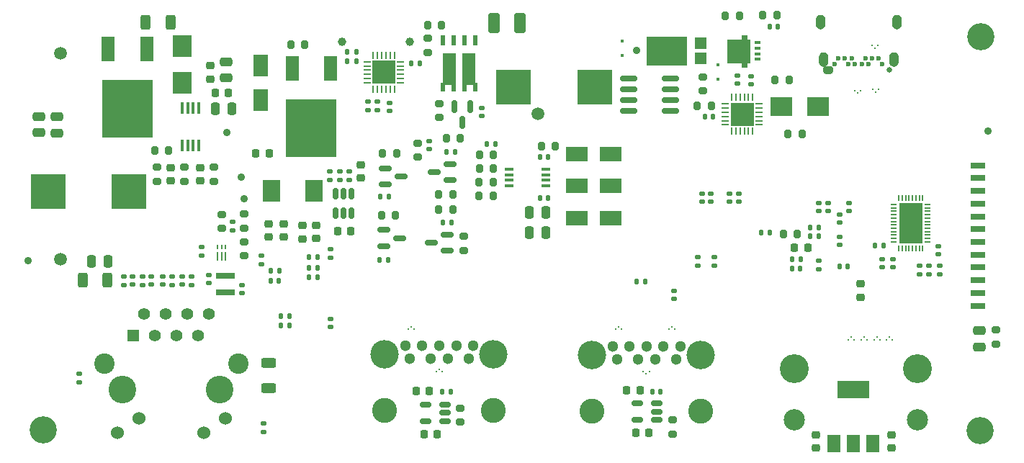
<source format=gbr>
G04 #@! TF.GenerationSoftware,KiCad,Pcbnew,(6.0.7)*
G04 #@! TF.CreationDate,2022-11-24T18:50:26+03:00*
G04 #@! TF.ProjectId,USB_HUB_ADAPTER,5553425f-4855-4425-9f41-444150544552,rev?*
G04 #@! TF.SameCoordinates,Original*
G04 #@! TF.FileFunction,Soldermask,Bot*
G04 #@! TF.FilePolarity,Negative*
%FSLAX46Y46*%
G04 Gerber Fmt 4.6, Leading zero omitted, Abs format (unit mm)*
G04 Created by KiCad (PCBNEW (6.0.7)) date 2022-11-24 18:50:26*
%MOMM*%
%LPD*%
G01*
G04 APERTURE LIST*
G04 Aperture macros list*
%AMRoundRect*
0 Rectangle with rounded corners*
0 $1 Rounding radius*
0 $2 $3 $4 $5 $6 $7 $8 $9 X,Y pos of 4 corners*
0 Add a 4 corners polygon primitive as box body*
4,1,4,$2,$3,$4,$5,$6,$7,$8,$9,$2,$3,0*
0 Add four circle primitives for the rounded corners*
1,1,$1+$1,$2,$3*
1,1,$1+$1,$4,$5*
1,1,$1+$1,$6,$7*
1,1,$1+$1,$8,$9*
0 Add four rect primitives between the rounded corners*
20,1,$1+$1,$2,$3,$4,$5,0*
20,1,$1+$1,$4,$5,$6,$7,0*
20,1,$1+$1,$6,$7,$8,$9,0*
20,1,$1+$1,$8,$9,$2,$3,0*%
G04 Aperture macros list end*
%ADD10C,0.010000*%
%ADD11C,3.200000*%
%ADD12C,3.250000*%
%ADD13R,1.400000X1.400000*%
%ADD14C,1.400000*%
%ADD15C,1.530000*%
%ADD16C,2.400000*%
%ADD17C,1.300000*%
%ADD18C,2.925000*%
%ADD19C,3.345000*%
%ADD20C,0.650000*%
%ADD21C,0.600000*%
%ADD22C,1.500000*%
%ADD23C,3.400000*%
%ADD24C,2.500000*%
%ADD25C,1.000000*%
%ADD26RoundRect,0.225000X0.250000X-0.225000X0.250000X0.225000X-0.250000X0.225000X-0.250000X-0.225000X0*%
%ADD27RoundRect,0.250000X-0.312500X-0.625000X0.312500X-0.625000X0.312500X0.625000X-0.312500X0.625000X0*%
%ADD28RoundRect,0.140000X-0.170000X0.140000X-0.170000X-0.140000X0.170000X-0.140000X0.170000X0.140000X0*%
%ADD29RoundRect,0.200000X-0.275000X0.200000X-0.275000X-0.200000X0.275000X-0.200000X0.275000X0.200000X0*%
%ADD30RoundRect,0.225000X-0.225000X-0.250000X0.225000X-0.250000X0.225000X0.250000X-0.225000X0.250000X0*%
%ADD31RoundRect,0.147500X-0.147500X-0.172500X0.147500X-0.172500X0.147500X0.172500X-0.147500X0.172500X0*%
%ADD32RoundRect,0.225000X-0.250000X0.225000X-0.250000X-0.225000X0.250000X-0.225000X0.250000X0.225000X0*%
%ADD33RoundRect,0.200000X0.200000X0.275000X-0.200000X0.275000X-0.200000X-0.275000X0.200000X-0.275000X0*%
%ADD34RoundRect,0.140000X-0.140000X-0.170000X0.140000X-0.170000X0.140000X0.170000X-0.140000X0.170000X0*%
%ADD35RoundRect,0.062500X-0.350000X-0.062500X0.350000X-0.062500X0.350000X0.062500X-0.350000X0.062500X0*%
%ADD36RoundRect,0.062500X-0.062500X-0.350000X0.062500X-0.350000X0.062500X0.350000X-0.062500X0.350000X0*%
%ADD37R,2.700000X2.700000*%
%ADD38RoundRect,0.135000X-0.135000X-0.185000X0.135000X-0.185000X0.135000X0.185000X-0.135000X0.185000X0*%
%ADD39RoundRect,0.140000X0.170000X-0.140000X0.170000X0.140000X-0.170000X0.140000X-0.170000X-0.140000X0*%
%ADD40RoundRect,0.200000X-0.200000X-0.275000X0.200000X-0.275000X0.200000X0.275000X-0.200000X0.275000X0*%
%ADD41R,4.860000X3.360000*%
%ADD42R,1.400000X1.390000*%
%ADD43RoundRect,0.135000X0.185000X-0.135000X0.185000X0.135000X-0.185000X0.135000X-0.185000X-0.135000X0*%
%ADD44C,0.900000*%
%ADD45RoundRect,0.150000X0.587500X0.150000X-0.587500X0.150000X-0.587500X-0.150000X0.587500X-0.150000X0*%
%ADD46R,2.500000X1.800000*%
%ADD47RoundRect,0.225000X0.225000X0.250000X-0.225000X0.250000X-0.225000X-0.250000X0.225000X-0.250000X0*%
%ADD48R,0.200000X0.200000*%
%ADD49R,1.800000X0.800000*%
%ADD50RoundRect,0.250000X-0.475000X0.250000X-0.475000X-0.250000X0.475000X-0.250000X0.475000X0.250000X0*%
%ADD51RoundRect,0.250000X0.250000X0.475000X-0.250000X0.475000X-0.250000X-0.475000X0.250000X-0.475000X0*%
%ADD52R,1.600000X3.000000*%
%ADD53R,6.000000X6.900000*%
%ADD54R,2.300000X2.500000*%
%ADD55R,0.750000X0.400000*%
%ADD56RoundRect,0.250000X0.475000X-0.250000X0.475000X0.250000X-0.475000X0.250000X-0.475000X-0.250000X0*%
%ADD57RoundRect,0.135000X0.135000X0.185000X-0.135000X0.185000X-0.135000X-0.185000X0.135000X-0.185000X0*%
%ADD58R,0.250000X0.600000*%
%ADD59R,0.200000X1.000000*%
%ADD60RoundRect,0.150000X0.150000X-0.512500X0.150000X0.512500X-0.150000X0.512500X-0.150000X-0.512500X0*%
%ADD61R,2.500000X2.300000*%
%ADD62RoundRect,0.140000X0.140000X0.170000X-0.140000X0.170000X-0.140000X-0.170000X0.140000X-0.170000X0*%
%ADD63RoundRect,0.062500X0.350000X0.062500X-0.350000X0.062500X-0.350000X-0.062500X0.350000X-0.062500X0*%
%ADD64RoundRect,0.062500X0.062500X0.350000X-0.062500X0.350000X-0.062500X-0.350000X0.062500X-0.350000X0*%
%ADD65RoundRect,0.150000X0.825000X0.150000X-0.825000X0.150000X-0.825000X-0.150000X0.825000X-0.150000X0*%
%ADD66R,0.350000X0.400000*%
%ADD67R,2.200000X0.800000*%
%ADD68RoundRect,0.150000X0.512500X0.150000X-0.512500X0.150000X-0.512500X-0.150000X0.512500X-0.150000X0*%
%ADD69RoundRect,0.200000X0.275000X-0.200000X0.275000X0.200000X-0.275000X0.200000X-0.275000X-0.200000X0*%
%ADD70R,2.000000X2.500000*%
%ADD71RoundRect,0.150000X-0.587500X-0.150000X0.587500X-0.150000X0.587500X0.150000X-0.587500X0.150000X0*%
%ADD72RoundRect,0.218750X-0.218750X-0.256250X0.218750X-0.256250X0.218750X0.256250X-0.218750X0.256250X0*%
%ADD73RoundRect,0.150000X-0.150000X0.587500X-0.150000X-0.587500X0.150000X-0.587500X0.150000X0.587500X0*%
%ADD74RoundRect,0.135000X-0.185000X0.135000X-0.185000X-0.135000X0.185000X-0.135000X0.185000X0.135000X0*%
%ADD75R,0.450000X1.450000*%
%ADD76R,1.500000X2.000000*%
%ADD77R,3.800000X2.000000*%
%ADD78R,4.100000X4.100000*%
%ADD79RoundRect,0.250000X-0.250000X-0.475000X0.250000X-0.475000X0.250000X0.475000X-0.250000X0.475000X0*%
%ADD80R,1.800000X2.500000*%
%ADD81RoundRect,0.250000X0.412500X0.925000X-0.412500X0.925000X-0.412500X-0.925000X0.412500X-0.925000X0*%
%ADD82R,0.200000X0.800000*%
%ADD83R,0.800000X0.200000*%
%ADD84R,2.800000X4.800000*%
%ADD85RoundRect,0.218750X-0.256250X0.218750X-0.256250X-0.218750X0.256250X-0.218750X0.256250X0.218750X0*%
%ADD86R,1.100000X0.400000*%
%ADD87R,0.610000X1.270000*%
%ADD88R,0.610000X1.020000*%
%ADD89R,1.650000X3.810000*%
%ADD90RoundRect,0.250000X-0.625000X0.312500X-0.625000X-0.312500X0.625000X-0.312500X0.625000X0.312500X0*%
G04 APERTURE END LIST*
G36*
X192334000Y-76827000D02*
G01*
X192356000Y-76830000D01*
X192378000Y-76834000D01*
X192400000Y-76839000D01*
X192442000Y-76853000D01*
X192463000Y-76862000D01*
X192483000Y-76871000D01*
X192503000Y-76882000D01*
X192521000Y-76894000D01*
X192540000Y-76906000D01*
X192574000Y-76934000D01*
X192591000Y-76949000D01*
X192606000Y-76966000D01*
X192634000Y-77000000D01*
X192658000Y-77038000D01*
X192669000Y-77057000D01*
X192678000Y-77077000D01*
X192687000Y-77098000D01*
X192701000Y-77140000D01*
X192706000Y-77162000D01*
X192710000Y-77184000D01*
X192713000Y-77206000D01*
X192715000Y-77250000D01*
X192713000Y-77294000D01*
X192710000Y-77316000D01*
X192706000Y-77338000D01*
X192701000Y-77360000D01*
X192687000Y-77402000D01*
X192678000Y-77423000D01*
X192669000Y-77443000D01*
X192658000Y-77463000D01*
X192646000Y-77481000D01*
X192634000Y-77500000D01*
X192606000Y-77534000D01*
X192591000Y-77551000D01*
X192574000Y-77566000D01*
X192540000Y-77594000D01*
X192521000Y-77606000D01*
X192503000Y-77618000D01*
X192483000Y-77629000D01*
X192463000Y-77638000D01*
X192442000Y-77647000D01*
X192400000Y-77661000D01*
X192378000Y-77666000D01*
X192356000Y-77670000D01*
X192334000Y-77673000D01*
X192290000Y-77675000D01*
X191990000Y-77675000D01*
X191946000Y-77673000D01*
X191924000Y-77670000D01*
X191902000Y-77666000D01*
X191880000Y-77661000D01*
X191838000Y-77647000D01*
X191817000Y-77638000D01*
X191797000Y-77629000D01*
X191778000Y-77618000D01*
X191740000Y-77594000D01*
X191706000Y-77566000D01*
X191689000Y-77551000D01*
X191674000Y-77534000D01*
X191646000Y-77500000D01*
X191634000Y-77481000D01*
X191622000Y-77463000D01*
X191611000Y-77443000D01*
X191602000Y-77423000D01*
X191593000Y-77402000D01*
X191579000Y-77360000D01*
X191574000Y-77338000D01*
X191570000Y-77316000D01*
X191567000Y-77294000D01*
X191565000Y-77250000D01*
X191567000Y-77206000D01*
X191570000Y-77184000D01*
X191574000Y-77162000D01*
X191579000Y-77140000D01*
X191593000Y-77098000D01*
X191602000Y-77077000D01*
X191611000Y-77057000D01*
X191622000Y-77038000D01*
X191646000Y-77000000D01*
X191674000Y-76966000D01*
X191689000Y-76949000D01*
X191706000Y-76934000D01*
X191740000Y-76906000D01*
X191778000Y-76882000D01*
X191797000Y-76871000D01*
X191817000Y-76862000D01*
X191838000Y-76853000D01*
X191880000Y-76839000D01*
X191902000Y-76834000D01*
X191924000Y-76830000D01*
X191946000Y-76827000D01*
X191990000Y-76825000D01*
X192290000Y-76825000D01*
X192334000Y-76827000D01*
G37*
D10*
X192334000Y-76827000D02*
X192356000Y-76830000D01*
X192378000Y-76834000D01*
X192400000Y-76839000D01*
X192442000Y-76853000D01*
X192463000Y-76862000D01*
X192483000Y-76871000D01*
X192503000Y-76882000D01*
X192521000Y-76894000D01*
X192540000Y-76906000D01*
X192574000Y-76934000D01*
X192591000Y-76949000D01*
X192606000Y-76966000D01*
X192634000Y-77000000D01*
X192658000Y-77038000D01*
X192669000Y-77057000D01*
X192678000Y-77077000D01*
X192687000Y-77098000D01*
X192701000Y-77140000D01*
X192706000Y-77162000D01*
X192710000Y-77184000D01*
X192713000Y-77206000D01*
X192715000Y-77250000D01*
X192713000Y-77294000D01*
X192710000Y-77316000D01*
X192706000Y-77338000D01*
X192701000Y-77360000D01*
X192687000Y-77402000D01*
X192678000Y-77423000D01*
X192669000Y-77443000D01*
X192658000Y-77463000D01*
X192646000Y-77481000D01*
X192634000Y-77500000D01*
X192606000Y-77534000D01*
X192591000Y-77551000D01*
X192574000Y-77566000D01*
X192540000Y-77594000D01*
X192521000Y-77606000D01*
X192503000Y-77618000D01*
X192483000Y-77629000D01*
X192463000Y-77638000D01*
X192442000Y-77647000D01*
X192400000Y-77661000D01*
X192378000Y-77666000D01*
X192356000Y-77670000D01*
X192334000Y-77673000D01*
X192290000Y-77675000D01*
X191990000Y-77675000D01*
X191946000Y-77673000D01*
X191924000Y-77670000D01*
X191902000Y-77666000D01*
X191880000Y-77661000D01*
X191838000Y-77647000D01*
X191817000Y-77638000D01*
X191797000Y-77629000D01*
X191778000Y-77618000D01*
X191740000Y-77594000D01*
X191706000Y-77566000D01*
X191689000Y-77551000D01*
X191674000Y-77534000D01*
X191646000Y-77500000D01*
X191634000Y-77481000D01*
X191622000Y-77463000D01*
X191611000Y-77443000D01*
X191602000Y-77423000D01*
X191593000Y-77402000D01*
X191579000Y-77360000D01*
X191574000Y-77338000D01*
X191570000Y-77316000D01*
X191567000Y-77294000D01*
X191565000Y-77250000D01*
X191567000Y-77206000D01*
X191570000Y-77184000D01*
X191574000Y-77162000D01*
X191579000Y-77140000D01*
X191593000Y-77098000D01*
X191602000Y-77077000D01*
X191611000Y-77057000D01*
X191622000Y-77038000D01*
X191646000Y-77000000D01*
X191674000Y-76966000D01*
X191689000Y-76949000D01*
X191706000Y-76934000D01*
X191740000Y-76906000D01*
X191778000Y-76882000D01*
X191797000Y-76871000D01*
X191817000Y-76862000D01*
X191838000Y-76853000D01*
X191880000Y-76839000D01*
X191902000Y-76834000D01*
X191924000Y-76830000D01*
X191946000Y-76827000D01*
X191990000Y-76825000D01*
X192290000Y-76825000D01*
X192334000Y-76827000D01*
G36*
X199896000Y-75211000D02*
G01*
X199922000Y-75213000D01*
X199948000Y-75216000D01*
X199974000Y-75221000D01*
X199999000Y-75227000D01*
X200025000Y-75234000D01*
X200049000Y-75243000D01*
X200073000Y-75253000D01*
X200097000Y-75264000D01*
X200120000Y-75277000D01*
X200164000Y-75305000D01*
X200185000Y-75321000D01*
X200205000Y-75338000D01*
X200224000Y-75356000D01*
X200242000Y-75375000D01*
X200259000Y-75395000D01*
X200275000Y-75416000D01*
X200303000Y-75460000D01*
X200316000Y-75483000D01*
X200327000Y-75507000D01*
X200337000Y-75531000D01*
X200346000Y-75555000D01*
X200353000Y-75581000D01*
X200359000Y-75606000D01*
X200364000Y-75632000D01*
X200367000Y-75658000D01*
X200369000Y-75684000D01*
X200370000Y-75710000D01*
X200370000Y-76310000D01*
X200369000Y-76336000D01*
X200367000Y-76362000D01*
X200364000Y-76388000D01*
X200359000Y-76414000D01*
X200353000Y-76439000D01*
X200346000Y-76465000D01*
X200337000Y-76489000D01*
X200327000Y-76513000D01*
X200316000Y-76537000D01*
X200303000Y-76560000D01*
X200275000Y-76604000D01*
X200259000Y-76625000D01*
X200242000Y-76645000D01*
X200224000Y-76664000D01*
X200205000Y-76682000D01*
X200185000Y-76699000D01*
X200164000Y-76715000D01*
X200120000Y-76743000D01*
X200097000Y-76756000D01*
X200073000Y-76767000D01*
X200049000Y-76777000D01*
X200025000Y-76786000D01*
X199999000Y-76793000D01*
X199974000Y-76799000D01*
X199948000Y-76804000D01*
X199922000Y-76807000D01*
X199896000Y-76809000D01*
X199870000Y-76810000D01*
X199844000Y-76809000D01*
X199818000Y-76807000D01*
X199792000Y-76804000D01*
X199766000Y-76799000D01*
X199741000Y-76793000D01*
X199715000Y-76786000D01*
X199691000Y-76777000D01*
X199667000Y-76767000D01*
X199643000Y-76756000D01*
X199620000Y-76743000D01*
X199576000Y-76715000D01*
X199555000Y-76699000D01*
X199535000Y-76682000D01*
X199516000Y-76664000D01*
X199498000Y-76645000D01*
X199481000Y-76625000D01*
X199465000Y-76604000D01*
X199437000Y-76560000D01*
X199424000Y-76537000D01*
X199413000Y-76513000D01*
X199403000Y-76489000D01*
X199394000Y-76465000D01*
X199387000Y-76439000D01*
X199381000Y-76414000D01*
X199376000Y-76388000D01*
X199373000Y-76362000D01*
X199371000Y-76336000D01*
X199370000Y-76310000D01*
X199370000Y-75710000D01*
X199371000Y-75684000D01*
X199373000Y-75658000D01*
X199376000Y-75632000D01*
X199381000Y-75606000D01*
X199387000Y-75581000D01*
X199394000Y-75555000D01*
X199403000Y-75531000D01*
X199413000Y-75507000D01*
X199424000Y-75483000D01*
X199437000Y-75460000D01*
X199465000Y-75416000D01*
X199481000Y-75395000D01*
X199498000Y-75375000D01*
X199516000Y-75356000D01*
X199535000Y-75338000D01*
X199555000Y-75321000D01*
X199576000Y-75305000D01*
X199620000Y-75277000D01*
X199643000Y-75264000D01*
X199667000Y-75253000D01*
X199691000Y-75243000D01*
X199715000Y-75234000D01*
X199741000Y-75227000D01*
X199766000Y-75221000D01*
X199792000Y-75216000D01*
X199818000Y-75213000D01*
X199844000Y-75211000D01*
X199870000Y-75210000D01*
X199896000Y-75211000D01*
G37*
X199896000Y-75211000D02*
X199922000Y-75213000D01*
X199948000Y-75216000D01*
X199974000Y-75221000D01*
X199999000Y-75227000D01*
X200025000Y-75234000D01*
X200049000Y-75243000D01*
X200073000Y-75253000D01*
X200097000Y-75264000D01*
X200120000Y-75277000D01*
X200164000Y-75305000D01*
X200185000Y-75321000D01*
X200205000Y-75338000D01*
X200224000Y-75356000D01*
X200242000Y-75375000D01*
X200259000Y-75395000D01*
X200275000Y-75416000D01*
X200303000Y-75460000D01*
X200316000Y-75483000D01*
X200327000Y-75507000D01*
X200337000Y-75531000D01*
X200346000Y-75555000D01*
X200353000Y-75581000D01*
X200359000Y-75606000D01*
X200364000Y-75632000D01*
X200367000Y-75658000D01*
X200369000Y-75684000D01*
X200370000Y-75710000D01*
X200370000Y-76310000D01*
X200369000Y-76336000D01*
X200367000Y-76362000D01*
X200364000Y-76388000D01*
X200359000Y-76414000D01*
X200353000Y-76439000D01*
X200346000Y-76465000D01*
X200337000Y-76489000D01*
X200327000Y-76513000D01*
X200316000Y-76537000D01*
X200303000Y-76560000D01*
X200275000Y-76604000D01*
X200259000Y-76625000D01*
X200242000Y-76645000D01*
X200224000Y-76664000D01*
X200205000Y-76682000D01*
X200185000Y-76699000D01*
X200164000Y-76715000D01*
X200120000Y-76743000D01*
X200097000Y-76756000D01*
X200073000Y-76767000D01*
X200049000Y-76777000D01*
X200025000Y-76786000D01*
X199999000Y-76793000D01*
X199974000Y-76799000D01*
X199948000Y-76804000D01*
X199922000Y-76807000D01*
X199896000Y-76809000D01*
X199870000Y-76810000D01*
X199844000Y-76809000D01*
X199818000Y-76807000D01*
X199792000Y-76804000D01*
X199766000Y-76799000D01*
X199741000Y-76793000D01*
X199715000Y-76786000D01*
X199691000Y-76777000D01*
X199667000Y-76767000D01*
X199643000Y-76756000D01*
X199620000Y-76743000D01*
X199576000Y-76715000D01*
X199555000Y-76699000D01*
X199535000Y-76682000D01*
X199516000Y-76664000D01*
X199498000Y-76645000D01*
X199481000Y-76625000D01*
X199465000Y-76604000D01*
X199437000Y-76560000D01*
X199424000Y-76537000D01*
X199413000Y-76513000D01*
X199403000Y-76489000D01*
X199394000Y-76465000D01*
X199387000Y-76439000D01*
X199381000Y-76414000D01*
X199376000Y-76388000D01*
X199373000Y-76362000D01*
X199371000Y-76336000D01*
X199370000Y-76310000D01*
X199370000Y-75710000D01*
X199371000Y-75684000D01*
X199373000Y-75658000D01*
X199376000Y-75632000D01*
X199381000Y-75606000D01*
X199387000Y-75581000D01*
X199394000Y-75555000D01*
X199403000Y-75531000D01*
X199413000Y-75507000D01*
X199424000Y-75483000D01*
X199437000Y-75460000D01*
X199465000Y-75416000D01*
X199481000Y-75395000D01*
X199498000Y-75375000D01*
X199516000Y-75356000D01*
X199535000Y-75338000D01*
X199555000Y-75321000D01*
X199576000Y-75305000D01*
X199620000Y-75277000D01*
X199643000Y-75264000D01*
X199667000Y-75253000D01*
X199691000Y-75243000D01*
X199715000Y-75234000D01*
X199741000Y-75227000D01*
X199766000Y-75221000D01*
X199792000Y-75216000D01*
X199818000Y-75213000D01*
X199844000Y-75211000D01*
X199870000Y-75210000D01*
X199896000Y-75211000D01*
G36*
X200256000Y-70811000D02*
G01*
X200282000Y-70813000D01*
X200308000Y-70816000D01*
X200334000Y-70821000D01*
X200359000Y-70827000D01*
X200385000Y-70834000D01*
X200409000Y-70843000D01*
X200433000Y-70853000D01*
X200457000Y-70864000D01*
X200480000Y-70877000D01*
X200524000Y-70905000D01*
X200545000Y-70921000D01*
X200565000Y-70938000D01*
X200584000Y-70956000D01*
X200602000Y-70975000D01*
X200619000Y-70995000D01*
X200635000Y-71016000D01*
X200663000Y-71060000D01*
X200676000Y-71083000D01*
X200687000Y-71107000D01*
X200697000Y-71131000D01*
X200706000Y-71155000D01*
X200713000Y-71181000D01*
X200719000Y-71206000D01*
X200724000Y-71232000D01*
X200727000Y-71258000D01*
X200729000Y-71284000D01*
X200730000Y-71310000D01*
X200730000Y-71910000D01*
X200729000Y-71936000D01*
X200727000Y-71962000D01*
X200724000Y-71988000D01*
X200719000Y-72014000D01*
X200713000Y-72039000D01*
X200706000Y-72065000D01*
X200697000Y-72089000D01*
X200687000Y-72113000D01*
X200676000Y-72137000D01*
X200663000Y-72160000D01*
X200635000Y-72204000D01*
X200619000Y-72225000D01*
X200602000Y-72245000D01*
X200584000Y-72264000D01*
X200565000Y-72282000D01*
X200545000Y-72299000D01*
X200524000Y-72315000D01*
X200480000Y-72343000D01*
X200457000Y-72356000D01*
X200433000Y-72367000D01*
X200409000Y-72377000D01*
X200385000Y-72386000D01*
X200359000Y-72393000D01*
X200334000Y-72399000D01*
X200308000Y-72404000D01*
X200282000Y-72407000D01*
X200256000Y-72409000D01*
X200230000Y-72410000D01*
X200204000Y-72409000D01*
X200178000Y-72407000D01*
X200152000Y-72404000D01*
X200126000Y-72399000D01*
X200101000Y-72393000D01*
X200075000Y-72386000D01*
X200051000Y-72377000D01*
X200027000Y-72367000D01*
X200003000Y-72356000D01*
X199980000Y-72343000D01*
X199936000Y-72315000D01*
X199915000Y-72299000D01*
X199895000Y-72282000D01*
X199876000Y-72264000D01*
X199858000Y-72245000D01*
X199841000Y-72225000D01*
X199825000Y-72204000D01*
X199797000Y-72160000D01*
X199784000Y-72137000D01*
X199773000Y-72113000D01*
X199763000Y-72089000D01*
X199754000Y-72065000D01*
X199747000Y-72039000D01*
X199741000Y-72014000D01*
X199736000Y-71988000D01*
X199733000Y-71962000D01*
X199731000Y-71936000D01*
X199730000Y-71910000D01*
X199730000Y-71310000D01*
X199731000Y-71284000D01*
X199733000Y-71258000D01*
X199736000Y-71232000D01*
X199741000Y-71206000D01*
X199747000Y-71181000D01*
X199754000Y-71155000D01*
X199763000Y-71131000D01*
X199773000Y-71107000D01*
X199784000Y-71083000D01*
X199797000Y-71060000D01*
X199825000Y-71016000D01*
X199841000Y-70995000D01*
X199858000Y-70975000D01*
X199876000Y-70956000D01*
X199895000Y-70938000D01*
X199915000Y-70921000D01*
X199936000Y-70905000D01*
X199980000Y-70877000D01*
X200003000Y-70864000D01*
X200027000Y-70853000D01*
X200051000Y-70843000D01*
X200075000Y-70834000D01*
X200101000Y-70827000D01*
X200126000Y-70821000D01*
X200152000Y-70816000D01*
X200178000Y-70813000D01*
X200204000Y-70811000D01*
X200230000Y-70810000D01*
X200256000Y-70811000D01*
G37*
X200256000Y-70811000D02*
X200282000Y-70813000D01*
X200308000Y-70816000D01*
X200334000Y-70821000D01*
X200359000Y-70827000D01*
X200385000Y-70834000D01*
X200409000Y-70843000D01*
X200433000Y-70853000D01*
X200457000Y-70864000D01*
X200480000Y-70877000D01*
X200524000Y-70905000D01*
X200545000Y-70921000D01*
X200565000Y-70938000D01*
X200584000Y-70956000D01*
X200602000Y-70975000D01*
X200619000Y-70995000D01*
X200635000Y-71016000D01*
X200663000Y-71060000D01*
X200676000Y-71083000D01*
X200687000Y-71107000D01*
X200697000Y-71131000D01*
X200706000Y-71155000D01*
X200713000Y-71181000D01*
X200719000Y-71206000D01*
X200724000Y-71232000D01*
X200727000Y-71258000D01*
X200729000Y-71284000D01*
X200730000Y-71310000D01*
X200730000Y-71910000D01*
X200729000Y-71936000D01*
X200727000Y-71962000D01*
X200724000Y-71988000D01*
X200719000Y-72014000D01*
X200713000Y-72039000D01*
X200706000Y-72065000D01*
X200697000Y-72089000D01*
X200687000Y-72113000D01*
X200676000Y-72137000D01*
X200663000Y-72160000D01*
X200635000Y-72204000D01*
X200619000Y-72225000D01*
X200602000Y-72245000D01*
X200584000Y-72264000D01*
X200565000Y-72282000D01*
X200545000Y-72299000D01*
X200524000Y-72315000D01*
X200480000Y-72343000D01*
X200457000Y-72356000D01*
X200433000Y-72367000D01*
X200409000Y-72377000D01*
X200385000Y-72386000D01*
X200359000Y-72393000D01*
X200334000Y-72399000D01*
X200308000Y-72404000D01*
X200282000Y-72407000D01*
X200256000Y-72409000D01*
X200230000Y-72410000D01*
X200204000Y-72409000D01*
X200178000Y-72407000D01*
X200152000Y-72404000D01*
X200126000Y-72399000D01*
X200101000Y-72393000D01*
X200075000Y-72386000D01*
X200051000Y-72377000D01*
X200027000Y-72367000D01*
X200003000Y-72356000D01*
X199980000Y-72343000D01*
X199936000Y-72315000D01*
X199915000Y-72299000D01*
X199895000Y-72282000D01*
X199876000Y-72264000D01*
X199858000Y-72245000D01*
X199841000Y-72225000D01*
X199825000Y-72204000D01*
X199797000Y-72160000D01*
X199784000Y-72137000D01*
X199773000Y-72113000D01*
X199763000Y-72089000D01*
X199754000Y-72065000D01*
X199747000Y-72039000D01*
X199741000Y-72014000D01*
X199736000Y-71988000D01*
X199733000Y-71962000D01*
X199731000Y-71936000D01*
X199730000Y-71910000D01*
X199730000Y-71310000D01*
X199731000Y-71284000D01*
X199733000Y-71258000D01*
X199736000Y-71232000D01*
X199741000Y-71206000D01*
X199747000Y-71181000D01*
X199754000Y-71155000D01*
X199763000Y-71131000D01*
X199773000Y-71107000D01*
X199784000Y-71083000D01*
X199797000Y-71060000D01*
X199825000Y-71016000D01*
X199841000Y-70995000D01*
X199858000Y-70975000D01*
X199876000Y-70956000D01*
X199895000Y-70938000D01*
X199915000Y-70921000D01*
X199936000Y-70905000D01*
X199980000Y-70877000D01*
X200003000Y-70864000D01*
X200027000Y-70853000D01*
X200051000Y-70843000D01*
X200075000Y-70834000D01*
X200101000Y-70827000D01*
X200126000Y-70821000D01*
X200152000Y-70816000D01*
X200178000Y-70813000D01*
X200204000Y-70811000D01*
X200230000Y-70810000D01*
X200256000Y-70811000D01*
G36*
X191276000Y-70811000D02*
G01*
X191302000Y-70813000D01*
X191328000Y-70816000D01*
X191354000Y-70821000D01*
X191379000Y-70827000D01*
X191405000Y-70834000D01*
X191429000Y-70843000D01*
X191453000Y-70853000D01*
X191477000Y-70864000D01*
X191500000Y-70877000D01*
X191544000Y-70905000D01*
X191565000Y-70921000D01*
X191585000Y-70938000D01*
X191604000Y-70956000D01*
X191622000Y-70975000D01*
X191639000Y-70995000D01*
X191655000Y-71016000D01*
X191683000Y-71060000D01*
X191696000Y-71083000D01*
X191707000Y-71107000D01*
X191717000Y-71131000D01*
X191726000Y-71155000D01*
X191733000Y-71181000D01*
X191739000Y-71206000D01*
X191744000Y-71232000D01*
X191747000Y-71258000D01*
X191749000Y-71284000D01*
X191750000Y-71310000D01*
X191750000Y-71910000D01*
X191749000Y-71936000D01*
X191747000Y-71962000D01*
X191744000Y-71988000D01*
X191739000Y-72014000D01*
X191733000Y-72039000D01*
X191726000Y-72065000D01*
X191717000Y-72089000D01*
X191707000Y-72113000D01*
X191696000Y-72137000D01*
X191683000Y-72160000D01*
X191655000Y-72204000D01*
X191639000Y-72225000D01*
X191622000Y-72245000D01*
X191604000Y-72264000D01*
X191585000Y-72282000D01*
X191565000Y-72299000D01*
X191544000Y-72315000D01*
X191500000Y-72343000D01*
X191477000Y-72356000D01*
X191453000Y-72367000D01*
X191429000Y-72377000D01*
X191405000Y-72386000D01*
X191379000Y-72393000D01*
X191354000Y-72399000D01*
X191328000Y-72404000D01*
X191302000Y-72407000D01*
X191276000Y-72409000D01*
X191250000Y-72410000D01*
X191224000Y-72409000D01*
X191198000Y-72407000D01*
X191172000Y-72404000D01*
X191146000Y-72399000D01*
X191121000Y-72393000D01*
X191095000Y-72386000D01*
X191071000Y-72377000D01*
X191047000Y-72367000D01*
X191023000Y-72356000D01*
X191000000Y-72343000D01*
X190956000Y-72315000D01*
X190935000Y-72299000D01*
X190915000Y-72282000D01*
X190896000Y-72264000D01*
X190878000Y-72245000D01*
X190861000Y-72225000D01*
X190845000Y-72204000D01*
X190817000Y-72160000D01*
X190804000Y-72137000D01*
X190793000Y-72113000D01*
X190783000Y-72089000D01*
X190774000Y-72065000D01*
X190767000Y-72039000D01*
X190761000Y-72014000D01*
X190756000Y-71988000D01*
X190753000Y-71962000D01*
X190751000Y-71936000D01*
X190750000Y-71910000D01*
X190750000Y-71310000D01*
X190751000Y-71284000D01*
X190753000Y-71258000D01*
X190756000Y-71232000D01*
X190761000Y-71206000D01*
X190767000Y-71181000D01*
X190774000Y-71155000D01*
X190783000Y-71131000D01*
X190793000Y-71107000D01*
X190804000Y-71083000D01*
X190817000Y-71060000D01*
X190845000Y-71016000D01*
X190861000Y-70995000D01*
X190878000Y-70975000D01*
X190896000Y-70956000D01*
X190915000Y-70938000D01*
X190935000Y-70921000D01*
X190956000Y-70905000D01*
X191000000Y-70877000D01*
X191023000Y-70864000D01*
X191047000Y-70853000D01*
X191071000Y-70843000D01*
X191095000Y-70834000D01*
X191121000Y-70827000D01*
X191146000Y-70821000D01*
X191172000Y-70816000D01*
X191198000Y-70813000D01*
X191224000Y-70811000D01*
X191250000Y-70810000D01*
X191276000Y-70811000D01*
G37*
X191276000Y-70811000D02*
X191302000Y-70813000D01*
X191328000Y-70816000D01*
X191354000Y-70821000D01*
X191379000Y-70827000D01*
X191405000Y-70834000D01*
X191429000Y-70843000D01*
X191453000Y-70853000D01*
X191477000Y-70864000D01*
X191500000Y-70877000D01*
X191544000Y-70905000D01*
X191565000Y-70921000D01*
X191585000Y-70938000D01*
X191604000Y-70956000D01*
X191622000Y-70975000D01*
X191639000Y-70995000D01*
X191655000Y-71016000D01*
X191683000Y-71060000D01*
X191696000Y-71083000D01*
X191707000Y-71107000D01*
X191717000Y-71131000D01*
X191726000Y-71155000D01*
X191733000Y-71181000D01*
X191739000Y-71206000D01*
X191744000Y-71232000D01*
X191747000Y-71258000D01*
X191749000Y-71284000D01*
X191750000Y-71310000D01*
X191750000Y-71910000D01*
X191749000Y-71936000D01*
X191747000Y-71962000D01*
X191744000Y-71988000D01*
X191739000Y-72014000D01*
X191733000Y-72039000D01*
X191726000Y-72065000D01*
X191717000Y-72089000D01*
X191707000Y-72113000D01*
X191696000Y-72137000D01*
X191683000Y-72160000D01*
X191655000Y-72204000D01*
X191639000Y-72225000D01*
X191622000Y-72245000D01*
X191604000Y-72264000D01*
X191585000Y-72282000D01*
X191565000Y-72299000D01*
X191544000Y-72315000D01*
X191500000Y-72343000D01*
X191477000Y-72356000D01*
X191453000Y-72367000D01*
X191429000Y-72377000D01*
X191405000Y-72386000D01*
X191379000Y-72393000D01*
X191354000Y-72399000D01*
X191328000Y-72404000D01*
X191302000Y-72407000D01*
X191276000Y-72409000D01*
X191250000Y-72410000D01*
X191224000Y-72409000D01*
X191198000Y-72407000D01*
X191172000Y-72404000D01*
X191146000Y-72399000D01*
X191121000Y-72393000D01*
X191095000Y-72386000D01*
X191071000Y-72377000D01*
X191047000Y-72367000D01*
X191023000Y-72356000D01*
X191000000Y-72343000D01*
X190956000Y-72315000D01*
X190935000Y-72299000D01*
X190915000Y-72282000D01*
X190896000Y-72264000D01*
X190878000Y-72245000D01*
X190861000Y-72225000D01*
X190845000Y-72204000D01*
X190817000Y-72160000D01*
X190804000Y-72137000D01*
X190793000Y-72113000D01*
X190783000Y-72089000D01*
X190774000Y-72065000D01*
X190767000Y-72039000D01*
X190761000Y-72014000D01*
X190756000Y-71988000D01*
X190753000Y-71962000D01*
X190751000Y-71936000D01*
X190750000Y-71910000D01*
X190750000Y-71310000D01*
X190751000Y-71284000D01*
X190753000Y-71258000D01*
X190756000Y-71232000D01*
X190761000Y-71206000D01*
X190767000Y-71181000D01*
X190774000Y-71155000D01*
X190783000Y-71131000D01*
X190793000Y-71107000D01*
X190804000Y-71083000D01*
X190817000Y-71060000D01*
X190845000Y-71016000D01*
X190861000Y-70995000D01*
X190878000Y-70975000D01*
X190896000Y-70956000D01*
X190915000Y-70938000D01*
X190935000Y-70921000D01*
X190956000Y-70905000D01*
X191000000Y-70877000D01*
X191023000Y-70864000D01*
X191047000Y-70853000D01*
X191071000Y-70843000D01*
X191095000Y-70834000D01*
X191121000Y-70827000D01*
X191146000Y-70821000D01*
X191172000Y-70816000D01*
X191198000Y-70813000D01*
X191224000Y-70811000D01*
X191250000Y-70810000D01*
X191276000Y-70811000D01*
G36*
X191636000Y-75211000D02*
G01*
X191662000Y-75213000D01*
X191688000Y-75216000D01*
X191714000Y-75221000D01*
X191739000Y-75227000D01*
X191765000Y-75234000D01*
X191789000Y-75243000D01*
X191813000Y-75253000D01*
X191837000Y-75264000D01*
X191860000Y-75277000D01*
X191904000Y-75305000D01*
X191925000Y-75321000D01*
X191945000Y-75338000D01*
X191964000Y-75356000D01*
X191982000Y-75375000D01*
X191999000Y-75395000D01*
X192015000Y-75416000D01*
X192043000Y-75460000D01*
X192056000Y-75483000D01*
X192067000Y-75507000D01*
X192077000Y-75531000D01*
X192086000Y-75555000D01*
X192093000Y-75581000D01*
X192099000Y-75606000D01*
X192104000Y-75632000D01*
X192107000Y-75658000D01*
X192109000Y-75684000D01*
X192110000Y-75710000D01*
X192110000Y-76310000D01*
X192109000Y-76336000D01*
X192107000Y-76362000D01*
X192104000Y-76388000D01*
X192099000Y-76414000D01*
X192093000Y-76439000D01*
X192086000Y-76465000D01*
X192077000Y-76489000D01*
X192067000Y-76513000D01*
X192056000Y-76537000D01*
X192043000Y-76560000D01*
X192015000Y-76604000D01*
X191999000Y-76625000D01*
X191982000Y-76645000D01*
X191964000Y-76664000D01*
X191945000Y-76682000D01*
X191925000Y-76699000D01*
X191904000Y-76715000D01*
X191860000Y-76743000D01*
X191837000Y-76756000D01*
X191813000Y-76767000D01*
X191789000Y-76777000D01*
X191765000Y-76786000D01*
X191739000Y-76793000D01*
X191714000Y-76799000D01*
X191688000Y-76804000D01*
X191662000Y-76807000D01*
X191636000Y-76809000D01*
X191610000Y-76810000D01*
X191584000Y-76809000D01*
X191558000Y-76807000D01*
X191532000Y-76804000D01*
X191506000Y-76799000D01*
X191481000Y-76793000D01*
X191455000Y-76786000D01*
X191431000Y-76777000D01*
X191407000Y-76767000D01*
X191383000Y-76756000D01*
X191360000Y-76743000D01*
X191316000Y-76715000D01*
X191295000Y-76699000D01*
X191275000Y-76682000D01*
X191256000Y-76664000D01*
X191238000Y-76645000D01*
X191221000Y-76625000D01*
X191205000Y-76604000D01*
X191177000Y-76560000D01*
X191164000Y-76537000D01*
X191153000Y-76513000D01*
X191143000Y-76489000D01*
X191134000Y-76465000D01*
X191127000Y-76439000D01*
X191121000Y-76414000D01*
X191116000Y-76388000D01*
X191113000Y-76362000D01*
X191111000Y-76336000D01*
X191110000Y-76310000D01*
X191110000Y-75710000D01*
X191111000Y-75684000D01*
X191113000Y-75658000D01*
X191116000Y-75632000D01*
X191121000Y-75606000D01*
X191127000Y-75581000D01*
X191134000Y-75555000D01*
X191143000Y-75531000D01*
X191153000Y-75507000D01*
X191164000Y-75483000D01*
X191177000Y-75460000D01*
X191205000Y-75416000D01*
X191221000Y-75395000D01*
X191238000Y-75375000D01*
X191256000Y-75356000D01*
X191275000Y-75338000D01*
X191295000Y-75321000D01*
X191316000Y-75305000D01*
X191360000Y-75277000D01*
X191383000Y-75264000D01*
X191407000Y-75253000D01*
X191431000Y-75243000D01*
X191455000Y-75234000D01*
X191481000Y-75227000D01*
X191506000Y-75221000D01*
X191532000Y-75216000D01*
X191558000Y-75213000D01*
X191584000Y-75211000D01*
X191610000Y-75210000D01*
X191636000Y-75211000D01*
G37*
X191636000Y-75211000D02*
X191662000Y-75213000D01*
X191688000Y-75216000D01*
X191714000Y-75221000D01*
X191739000Y-75227000D01*
X191765000Y-75234000D01*
X191789000Y-75243000D01*
X191813000Y-75253000D01*
X191837000Y-75264000D01*
X191860000Y-75277000D01*
X191904000Y-75305000D01*
X191925000Y-75321000D01*
X191945000Y-75338000D01*
X191964000Y-75356000D01*
X191982000Y-75375000D01*
X191999000Y-75395000D01*
X192015000Y-75416000D01*
X192043000Y-75460000D01*
X192056000Y-75483000D01*
X192067000Y-75507000D01*
X192077000Y-75531000D01*
X192086000Y-75555000D01*
X192093000Y-75581000D01*
X192099000Y-75606000D01*
X192104000Y-75632000D01*
X192107000Y-75658000D01*
X192109000Y-75684000D01*
X192110000Y-75710000D01*
X192110000Y-76310000D01*
X192109000Y-76336000D01*
X192107000Y-76362000D01*
X192104000Y-76388000D01*
X192099000Y-76414000D01*
X192093000Y-76439000D01*
X192086000Y-76465000D01*
X192077000Y-76489000D01*
X192067000Y-76513000D01*
X192056000Y-76537000D01*
X192043000Y-76560000D01*
X192015000Y-76604000D01*
X191999000Y-76625000D01*
X191982000Y-76645000D01*
X191964000Y-76664000D01*
X191945000Y-76682000D01*
X191925000Y-76699000D01*
X191904000Y-76715000D01*
X191860000Y-76743000D01*
X191837000Y-76756000D01*
X191813000Y-76767000D01*
X191789000Y-76777000D01*
X191765000Y-76786000D01*
X191739000Y-76793000D01*
X191714000Y-76799000D01*
X191688000Y-76804000D01*
X191662000Y-76807000D01*
X191636000Y-76809000D01*
X191610000Y-76810000D01*
X191584000Y-76809000D01*
X191558000Y-76807000D01*
X191532000Y-76804000D01*
X191506000Y-76799000D01*
X191481000Y-76793000D01*
X191455000Y-76786000D01*
X191431000Y-76777000D01*
X191407000Y-76767000D01*
X191383000Y-76756000D01*
X191360000Y-76743000D01*
X191316000Y-76715000D01*
X191295000Y-76699000D01*
X191275000Y-76682000D01*
X191256000Y-76664000D01*
X191238000Y-76645000D01*
X191221000Y-76625000D01*
X191205000Y-76604000D01*
X191177000Y-76560000D01*
X191164000Y-76537000D01*
X191153000Y-76513000D01*
X191143000Y-76489000D01*
X191134000Y-76465000D01*
X191127000Y-76439000D01*
X191121000Y-76414000D01*
X191116000Y-76388000D01*
X191113000Y-76362000D01*
X191111000Y-76336000D01*
X191110000Y-76310000D01*
X191110000Y-75710000D01*
X191111000Y-75684000D01*
X191113000Y-75658000D01*
X191116000Y-75632000D01*
X191121000Y-75606000D01*
X191127000Y-75581000D01*
X191134000Y-75555000D01*
X191143000Y-75531000D01*
X191153000Y-75507000D01*
X191164000Y-75483000D01*
X191177000Y-75460000D01*
X191205000Y-75416000D01*
X191221000Y-75395000D01*
X191238000Y-75375000D01*
X191256000Y-75356000D01*
X191275000Y-75338000D01*
X191295000Y-75321000D01*
X191316000Y-75305000D01*
X191360000Y-75277000D01*
X191383000Y-75264000D01*
X191407000Y-75253000D01*
X191431000Y-75243000D01*
X191455000Y-75234000D01*
X191481000Y-75227000D01*
X191506000Y-75221000D01*
X191532000Y-75216000D01*
X191558000Y-75213000D01*
X191584000Y-75211000D01*
X191610000Y-75210000D01*
X191636000Y-75211000D01*
G36*
X182627500Y-73740000D02*
G01*
X182927500Y-73740000D01*
X182927500Y-76390000D01*
X182627500Y-76390000D01*
X182627500Y-76920000D01*
X182027500Y-76920000D01*
X182027500Y-76390000D01*
X180327500Y-76390000D01*
X180327500Y-73740000D01*
X182027500Y-73740000D01*
X182027500Y-73210000D01*
X182627500Y-73210000D01*
X182627500Y-73740000D01*
G37*
X182627500Y-73740000D02*
X182927500Y-73740000D01*
X182927500Y-76390000D01*
X182627500Y-76390000D01*
X182627500Y-76920000D01*
X182027500Y-76920000D01*
X182027500Y-76390000D01*
X180327500Y-76390000D01*
X180327500Y-73740000D01*
X182027500Y-73740000D01*
X182027500Y-73210000D01*
X182627500Y-73210000D01*
X182627500Y-73740000D01*
D11*
X210100000Y-73350000D03*
D12*
X120675000Y-114850000D03*
X109245000Y-114850000D03*
D13*
X110515000Y-108500000D03*
D14*
X111785000Y-105960000D03*
X113055000Y-108500000D03*
X114325000Y-105960000D03*
X115595000Y-108500000D03*
X116865000Y-105960000D03*
X118135000Y-108500000D03*
X119405000Y-105960000D03*
D15*
X108635000Y-119930000D03*
X111175000Y-118230000D03*
X118745000Y-119930000D03*
X121285000Y-118230000D03*
D16*
X107085000Y-111800000D03*
X122835000Y-111800000D03*
D17*
X167330000Y-111306000D03*
X169830000Y-111306000D03*
X171830000Y-111306000D03*
X174330000Y-111306000D03*
X174830000Y-109806000D03*
X172830000Y-109806000D03*
X170830000Y-109806000D03*
X168830000Y-109806000D03*
X166830000Y-109806000D03*
D18*
X177230000Y-117406000D03*
X164430000Y-117406000D03*
D19*
X164430000Y-110806000D03*
X177230000Y-110806000D03*
D11*
X99850000Y-119600000D03*
D20*
X192140000Y-77250000D03*
X199340000Y-77250000D03*
D21*
X192940000Y-76600000D03*
X193340000Y-75900000D03*
X194140000Y-75900000D03*
X194540000Y-76600000D03*
X194940000Y-75900000D03*
X195340000Y-76600000D03*
X196140000Y-76600000D03*
X196540000Y-75900000D03*
X196940000Y-76600000D03*
X197340000Y-75900000D03*
X198140000Y-75900000D03*
X198540000Y-76600000D03*
D22*
X101960000Y-99507000D03*
X101960000Y-75307000D03*
D23*
X188172500Y-112400000D03*
X202672500Y-112400000D03*
D24*
X188172500Y-118400000D03*
X202672500Y-118400000D03*
D22*
X158070000Y-82450000D03*
D25*
X143000000Y-74000000D03*
X135000000Y-74000000D03*
D17*
X142950000Y-111226000D03*
X145450000Y-111226000D03*
X147450000Y-111226000D03*
X149950000Y-111226000D03*
X150450000Y-109726000D03*
X148450000Y-109726000D03*
X146450000Y-109726000D03*
X144450000Y-109726000D03*
X142450000Y-109726000D03*
D19*
X140050000Y-110726000D03*
D18*
X140050000Y-117326000D03*
X152850000Y-117326000D03*
D19*
X152850000Y-110726000D03*
D26*
X190700000Y-121725000D03*
X190700000Y-120175000D03*
D27*
X111947500Y-71640000D03*
X114872500Y-71640000D03*
D28*
X178410000Y-91800000D03*
X178410000Y-92760000D03*
D29*
X123500000Y-94225000D03*
X123500000Y-95875000D03*
D28*
X151450000Y-81717500D03*
X151450000Y-82677500D03*
D29*
X119985000Y-88735000D03*
X119985000Y-90385000D03*
D28*
X140622500Y-81140000D03*
X140622500Y-82100000D03*
D30*
X120135000Y-79960000D03*
X121685000Y-79960000D03*
D31*
X127865000Y-106225000D03*
X128835000Y-106225000D03*
D32*
X137240000Y-88435000D03*
X137240000Y-89985000D03*
D33*
X160105000Y-86210000D03*
X158455000Y-86210000D03*
D34*
X171487500Y-115080000D03*
X172447500Y-115080000D03*
D35*
X137970000Y-78810000D03*
X137970000Y-78310000D03*
X137970000Y-77810000D03*
X137970000Y-77310000D03*
X137970000Y-76810000D03*
X137970000Y-76310000D03*
D36*
X138682500Y-75597500D03*
X139182500Y-75597500D03*
X139682500Y-75597500D03*
X140182500Y-75597500D03*
X140682500Y-75597500D03*
X141182500Y-75597500D03*
D35*
X141895000Y-76310000D03*
X141895000Y-76810000D03*
X141895000Y-77310000D03*
X141895000Y-77810000D03*
X141895000Y-78310000D03*
X141895000Y-78810000D03*
D36*
X141182500Y-79522500D03*
X140682500Y-79522500D03*
X140182500Y-79522500D03*
X139682500Y-79522500D03*
X139182500Y-79522500D03*
X138682500Y-79522500D03*
D37*
X139932500Y-77560000D03*
D38*
X187970000Y-99560000D03*
X188990000Y-99560000D03*
D39*
X112610000Y-102530000D03*
X112610000Y-101570000D03*
D40*
X128975000Y-74300000D03*
X130625000Y-74300000D03*
D29*
X123550000Y-97475000D03*
X123550000Y-99125000D03*
D28*
X181640000Y-91810000D03*
X181640000Y-92770000D03*
X193530000Y-96900000D03*
X193530000Y-97860000D03*
D40*
X139780000Y-87105000D03*
X141430000Y-87105000D03*
D41*
X173250000Y-75030000D03*
D42*
X177232000Y-75950000D03*
X177232000Y-74110000D03*
D28*
X133700000Y-106570000D03*
X133700000Y-107530000D03*
D43*
X111580000Y-102550000D03*
X111580000Y-101530000D03*
D44*
X169650000Y-74980000D03*
D33*
X148055000Y-91930000D03*
X146405000Y-91930000D03*
D32*
X132000000Y-95525000D03*
X132000000Y-97075000D03*
D28*
X183140000Y-78030000D03*
X183140000Y-78990000D03*
D45*
X147717500Y-88330000D03*
X147717500Y-90230000D03*
X145842500Y-89280000D03*
D31*
X187945000Y-100610000D03*
X188915000Y-100610000D03*
D46*
X162610000Y-94740000D03*
X166610000Y-94740000D03*
D47*
X145275000Y-115000000D03*
X143725000Y-115000000D03*
D48*
X173800000Y-107480000D03*
X174140000Y-107780000D03*
X173460000Y-107780000D03*
D49*
X209822875Y-103500000D03*
D32*
X130400000Y-95575000D03*
X130400000Y-97125000D03*
D50*
X209925000Y-107950000D03*
X209925000Y-109850000D03*
D51*
X107472500Y-99800000D03*
X105572500Y-99800000D03*
D52*
X107500000Y-74830000D03*
D53*
X109785000Y-81860000D03*
D52*
X112070000Y-74830000D03*
D54*
X116235000Y-78785000D03*
X116235000Y-74485000D03*
D51*
X158950000Y-96400000D03*
X157050000Y-96400000D03*
D44*
X121450000Y-84650000D03*
D28*
X119400000Y-101370000D03*
X119400000Y-102330000D03*
D55*
X183852500Y-74090000D03*
X183852500Y-74740000D03*
X183852500Y-75390000D03*
X183852500Y-76040000D03*
D56*
X101520000Y-84680000D03*
X101520000Y-82780000D03*
D28*
X205110000Y-97980000D03*
X205110000Y-98940000D03*
D33*
X152785000Y-90510000D03*
X151135000Y-90510000D03*
D28*
X145255000Y-85625000D03*
X145255000Y-86585000D03*
X174040000Y-103270000D03*
X174040000Y-104230000D03*
D57*
X147940000Y-95180000D03*
X146920000Y-95180000D03*
D58*
X120350000Y-98100000D03*
X120850000Y-98100000D03*
X121350000Y-98100000D03*
D59*
X121350000Y-99200000D03*
X120850000Y-99200000D03*
X120350000Y-99200000D03*
D60*
X136150000Y-94137500D03*
X135200000Y-94137500D03*
X134250000Y-94137500D03*
X134250000Y-91862500D03*
X135200000Y-91862500D03*
X136150000Y-91862500D03*
D46*
X162610000Y-87190000D03*
X166610000Y-87190000D03*
D11*
X210050000Y-119700000D03*
D43*
X117340000Y-102580000D03*
X117340000Y-101560000D03*
X125790000Y-119840000D03*
X125790000Y-118820000D03*
D61*
X191015000Y-81615000D03*
X186715000Y-81615000D03*
D62*
X170655000Y-102150000D03*
X169695000Y-102150000D03*
D43*
X135900000Y-90210000D03*
X135900000Y-89190000D03*
D28*
X180620000Y-91810000D03*
X180620000Y-92770000D03*
D40*
X151185000Y-87260000D03*
X152835000Y-87260000D03*
D38*
X143160000Y-76510000D03*
X144180000Y-76510000D03*
D28*
X177380000Y-91800000D03*
X177380000Y-92760000D03*
D63*
X184027500Y-81240000D03*
X184027500Y-81740000D03*
X184027500Y-82240000D03*
X184027500Y-82740000D03*
X184027500Y-83240000D03*
X184027500Y-83740000D03*
D64*
X183315000Y-84452500D03*
X182815000Y-84452500D03*
X182315000Y-84452500D03*
X181815000Y-84452500D03*
X181315000Y-84452500D03*
X180815000Y-84452500D03*
D63*
X180102500Y-83740000D03*
X180102500Y-83240000D03*
X180102500Y-82740000D03*
X180102500Y-82240000D03*
X180102500Y-81740000D03*
X180102500Y-81240000D03*
D64*
X180815000Y-80527500D03*
X181315000Y-80527500D03*
X181815000Y-80527500D03*
X182315000Y-80527500D03*
X182815000Y-80527500D03*
X183315000Y-80527500D03*
D37*
X182065000Y-82490000D03*
D34*
X131170000Y-101650000D03*
X132130000Y-101650000D03*
D39*
X192180000Y-93900000D03*
X192180000Y-92940000D03*
D48*
X197720000Y-74725000D03*
X197380000Y-74425000D03*
X198060000Y-74425000D03*
D65*
X173675000Y-78315000D03*
X173675000Y-79585000D03*
X173675000Y-80855000D03*
X173675000Y-82125000D03*
X168725000Y-82125000D03*
X168725000Y-80855000D03*
X168725000Y-79585000D03*
X168725000Y-78315000D03*
D29*
X145100000Y-73585000D03*
X145100000Y-75235000D03*
D43*
X109340000Y-102550000D03*
X109340000Y-101530000D03*
D48*
X143140000Y-107467830D03*
X143480000Y-107767830D03*
X142800000Y-107767830D03*
D66*
X179250000Y-78400000D03*
X179250000Y-76700000D03*
D67*
X121295000Y-101490000D03*
X121295000Y-103390000D03*
D40*
X185940000Y-78415000D03*
X187590000Y-78415000D03*
D29*
X113310000Y-88735000D03*
X113310000Y-90385000D03*
D45*
X147380000Y-96630000D03*
X147380000Y-98530000D03*
X145505000Y-97580000D03*
D68*
X172025000Y-116500000D03*
X172025000Y-117450000D03*
X172025000Y-118400000D03*
X169750000Y-118400000D03*
X169750000Y-116500000D03*
D43*
X133600000Y-90210000D03*
X133600000Y-89190000D03*
X204060000Y-101280000D03*
X204060000Y-100260000D03*
D40*
X146405000Y-93680000D03*
X148055000Y-93680000D03*
D32*
X126400000Y-95375000D03*
X126400000Y-96925000D03*
D28*
X139182500Y-81030000D03*
X139182500Y-81990000D03*
D29*
X120850000Y-94275000D03*
X120850000Y-95925000D03*
D57*
X136682500Y-75170000D03*
X135662500Y-75170000D03*
D38*
X139395000Y-99605000D03*
X140415000Y-99605000D03*
D33*
X188555000Y-96600000D03*
X186905000Y-96600000D03*
D34*
X177700000Y-82780000D03*
X178660000Y-82780000D03*
D27*
X104520000Y-102010000D03*
X107445000Y-102010000D03*
D43*
X115050000Y-102570000D03*
X115050000Y-101550000D03*
X205285000Y-101280000D03*
X205285000Y-100260000D03*
D26*
X114910000Y-90335000D03*
X114910000Y-88785000D03*
D44*
X98130000Y-99740000D03*
D49*
X209822875Y-102000000D03*
D69*
X116510000Y-90385000D03*
X116510000Y-88735000D03*
D49*
X209822875Y-97500000D03*
D51*
X158950000Y-94025000D03*
X157050000Y-94025000D03*
D70*
X131700000Y-91500000D03*
X126700000Y-91500000D03*
D32*
X128150000Y-95350000D03*
X128150000Y-96900000D03*
D48*
X195650000Y-80000000D03*
X195310000Y-79700000D03*
X195990000Y-79700000D03*
D49*
X209822875Y-99000000D03*
D31*
X126660000Y-100900000D03*
X127630000Y-100900000D03*
D71*
X140117500Y-90755000D03*
X140117500Y-88855000D03*
X141992500Y-89805000D03*
D72*
X188212500Y-98200000D03*
X189787500Y-98200000D03*
D34*
X152080000Y-85960000D03*
X153040000Y-85960000D03*
D62*
X128830000Y-107325000D03*
X127870000Y-107325000D03*
D29*
X146500000Y-81222500D03*
X146500000Y-82872500D03*
D28*
X199790000Y-99540000D03*
X199790000Y-100500000D03*
D62*
X159240000Y-87540000D03*
X158280000Y-87540000D03*
D40*
X139680000Y-94355000D03*
X141330000Y-94355000D03*
D43*
X104100000Y-114010000D03*
X104100000Y-112990000D03*
D73*
X148200000Y-81590000D03*
X150100000Y-81590000D03*
X149150000Y-83465000D03*
D40*
X151135000Y-92070000D03*
X152785000Y-92070000D03*
D47*
X126450000Y-87050000D03*
X124900000Y-87050000D03*
D44*
X123500000Y-92450000D03*
D62*
X159250000Y-92350000D03*
X158290000Y-92350000D03*
D30*
X144675000Y-120150000D03*
X146225000Y-120150000D03*
D48*
X167560000Y-107470000D03*
X167900000Y-107770000D03*
X167220000Y-107770000D03*
X146480000Y-112470000D03*
X146820000Y-112770000D03*
X146140000Y-112770000D03*
D30*
X134525000Y-96250000D03*
X136075000Y-96250000D03*
D62*
X194470000Y-100360000D03*
X193510000Y-100360000D03*
D74*
X134750000Y-89190000D03*
X134750000Y-90210000D03*
D48*
X196405000Y-108710000D03*
X196745000Y-109010000D03*
X196065000Y-109010000D03*
D44*
X123200000Y-89900000D03*
D56*
X99370000Y-84670000D03*
X99370000Y-82770000D03*
D47*
X170042500Y-114930000D03*
X168492500Y-114930000D03*
D39*
X116240000Y-102540000D03*
X116240000Y-101580000D03*
D46*
X162610000Y-90890000D03*
X166610000Y-90890000D03*
D74*
X125520000Y-99120000D03*
X125520000Y-100140000D03*
D66*
X167930000Y-73910000D03*
X167930000Y-75610000D03*
D69*
X149330000Y-98505000D03*
X149330000Y-96855000D03*
D48*
X199405000Y-108710000D03*
X199745000Y-109010000D03*
X199065000Y-109010000D03*
D75*
X118185000Y-86160000D03*
X117535000Y-86160000D03*
X116885000Y-86160000D03*
X116235000Y-86160000D03*
X116235000Y-81760000D03*
X116885000Y-81760000D03*
X117535000Y-81760000D03*
X118185000Y-81760000D03*
D76*
X197450000Y-121200000D03*
X195150000Y-121200000D03*
D77*
X195150000Y-114900000D03*
D76*
X192850000Y-121200000D03*
D49*
X209822875Y-105000000D03*
D28*
X181490000Y-77960000D03*
X181490000Y-78920000D03*
D62*
X191040000Y-96840000D03*
X190080000Y-96840000D03*
D68*
X147137500Y-116650000D03*
X147137500Y-117600000D03*
X147137500Y-118550000D03*
X144862500Y-118550000D03*
X144862500Y-116650000D03*
D29*
X177450000Y-78085000D03*
X177450000Y-79735000D03*
D26*
X119510000Y-78335000D03*
X119510000Y-76785000D03*
D78*
X109997500Y-91547500D03*
X100497500Y-91547500D03*
D29*
X143955000Y-85880000D03*
X143955000Y-87530000D03*
D28*
X191070000Y-99730000D03*
X191070000Y-100690000D03*
D56*
X121410000Y-78210000D03*
X121410000Y-76310000D03*
D29*
X173887500Y-118425000D03*
X173887500Y-120075000D03*
D28*
X133700000Y-98370000D03*
X133700000Y-99330000D03*
D48*
X197905000Y-108710000D03*
X198245000Y-109010000D03*
X197565000Y-109010000D03*
D62*
X186280000Y-72200000D03*
X185320000Y-72200000D03*
D49*
X209822875Y-96000000D03*
X209822875Y-91500000D03*
D39*
X191080000Y-93880000D03*
X191080000Y-92920000D03*
D32*
X118310000Y-88785000D03*
X118310000Y-90335000D03*
D79*
X120160000Y-81860000D03*
X122060000Y-81860000D03*
D57*
X136682500Y-76270000D03*
X135662500Y-76270000D03*
D78*
X164712500Y-79312500D03*
X155212500Y-79312500D03*
D39*
X178830000Y-100260000D03*
X178830000Y-99300000D03*
D57*
X148290000Y-86930000D03*
X147270000Y-86930000D03*
D80*
X125500000Y-80800000D03*
X125500000Y-76800000D03*
D81*
X155937500Y-71750000D03*
X152862500Y-71750000D03*
D28*
X118500000Y-98120000D03*
X118500000Y-99080000D03*
D40*
X151185000Y-88860000D03*
X152835000Y-88860000D03*
D29*
X211900000Y-107875000D03*
X211900000Y-109525000D03*
D82*
X200500000Y-92300000D03*
X200900000Y-92300000D03*
X201300000Y-92300000D03*
X201700000Y-92300000D03*
X202100000Y-92300000D03*
X202500000Y-92300000D03*
X202900000Y-92300000D03*
X203300000Y-92300000D03*
D83*
X203900000Y-93100000D03*
X203900000Y-93500000D03*
X203900000Y-93900000D03*
X203900000Y-94300000D03*
X203900000Y-94700000D03*
X203900000Y-95100000D03*
X203900000Y-95500000D03*
X203900000Y-95900000D03*
X203900000Y-96300000D03*
X203900000Y-96700000D03*
X203900000Y-97100000D03*
X203900000Y-97500000D03*
D82*
X203300000Y-98300000D03*
X202900000Y-98300000D03*
X202500000Y-98300000D03*
X202100000Y-98300000D03*
X201700000Y-98300000D03*
X201300000Y-98300000D03*
X200900000Y-98300000D03*
X200500000Y-98300000D03*
D83*
X199900000Y-97500000D03*
X199900000Y-97100000D03*
X199900000Y-96700000D03*
X199900000Y-96300000D03*
X199900000Y-95900000D03*
X199900000Y-95500000D03*
X199900000Y-95100000D03*
X199900000Y-94700000D03*
X199900000Y-94300000D03*
X199900000Y-93900000D03*
X199900000Y-93500000D03*
X199900000Y-93100000D03*
D84*
X201900000Y-95300000D03*
D26*
X199600000Y-121725000D03*
X199600000Y-120175000D03*
D48*
X197750000Y-79875000D03*
X197410000Y-79575000D03*
X198090000Y-79575000D03*
D85*
X196000000Y-102412500D03*
X196000000Y-103987500D03*
D39*
X138082500Y-81990000D03*
X138082500Y-81030000D03*
D48*
X194905000Y-108710000D03*
X195245000Y-109010000D03*
X194565000Y-109010000D03*
D34*
X146820000Y-115150000D03*
X147780000Y-115150000D03*
D86*
X154650000Y-90905000D03*
X154650000Y-90255000D03*
X154650000Y-89605000D03*
X154650000Y-88955000D03*
X158950000Y-88955000D03*
X158950000Y-89605000D03*
X158950000Y-90255000D03*
X158950000Y-90905000D03*
D34*
X131170000Y-99250000D03*
X132130000Y-99250000D03*
D39*
X193550000Y-95210000D03*
X193550000Y-94250000D03*
D57*
X198720000Y-97930000D03*
X197700000Y-97930000D03*
D49*
X209822875Y-100500000D03*
D34*
X131170000Y-100550000D03*
X132130000Y-100550000D03*
D49*
X209822875Y-88500000D03*
D40*
X112985000Y-86760000D03*
X114635000Y-86760000D03*
D33*
X148915000Y-85280000D03*
X147265000Y-85280000D03*
D28*
X122200000Y-95170000D03*
X122200000Y-96130000D03*
D49*
X209822875Y-90000000D03*
X209822875Y-93000000D03*
D33*
X146725000Y-71990000D03*
X145075000Y-71990000D03*
D40*
X176795000Y-81470000D03*
X178445000Y-81470000D03*
D33*
X181725000Y-70900000D03*
X180075000Y-70900000D03*
D71*
X139967500Y-98005000D03*
X139967500Y-96105000D03*
X141842500Y-97055000D03*
D34*
X184320000Y-96400000D03*
X185280000Y-96400000D03*
D28*
X198560000Y-99530000D03*
X198560000Y-100490000D03*
X194600000Y-92920000D03*
X194600000Y-93880000D03*
D43*
X202960000Y-101305000D03*
X202960000Y-100285000D03*
D49*
X209822875Y-94500000D03*
D39*
X110410000Y-102520000D03*
X110410000Y-101560000D03*
D87*
X146905000Y-73800000D03*
X148175000Y-73800000D03*
X149445000Y-73800000D03*
X150715000Y-73800000D03*
D88*
X148175000Y-79265000D03*
X146905000Y-79265000D03*
D89*
X147680000Y-77160000D03*
D88*
X149445000Y-79265000D03*
X150715000Y-79265000D03*
D89*
X149940000Y-77160000D03*
D44*
X211000000Y-84500000D03*
D30*
X169542500Y-119980000D03*
X171092500Y-119980000D03*
D62*
X191050000Y-95850000D03*
X190090000Y-95850000D03*
X127580000Y-102060000D03*
X126620000Y-102060000D03*
D40*
X184475000Y-70800000D03*
X186125000Y-70800000D03*
D39*
X113940000Y-102540000D03*
X113940000Y-101580000D03*
D69*
X148950000Y-118675000D03*
X148950000Y-117025000D03*
D40*
X187475000Y-84800000D03*
X189125000Y-84800000D03*
D39*
X176850000Y-100260000D03*
X176850000Y-99300000D03*
X123225000Y-103530000D03*
X123225000Y-102570000D03*
D90*
X126380000Y-111727500D03*
X126380000Y-114652500D03*
D38*
X139545000Y-92205000D03*
X140565000Y-92205000D03*
D52*
X129145000Y-77130000D03*
D53*
X131430000Y-84160000D03*
D52*
X133715000Y-77130000D03*
D48*
X170800000Y-113030000D03*
X170460000Y-112730000D03*
X171140000Y-112730000D03*
M02*

</source>
